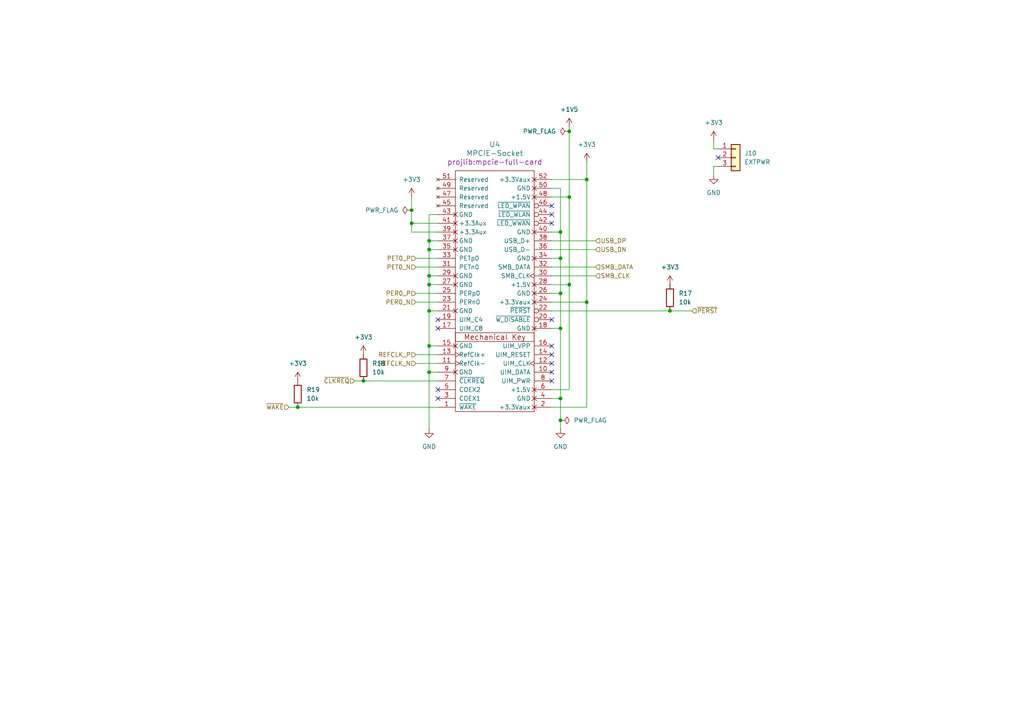
<source format=kicad_sch>
(kicad_sch (version 20250114) (generator "eeschema") (generator_version "9.0")
  (paper "A4")
  (lib_symbols
    (symbol "Connector_Generic:Conn_01x03" (pin_names (offset 1.016) (hide yes))
      (property "Reference" "J" (at 0 5.08 0))
      (property "Value" "Conn_01x03" (at 0 -5.08 0))
      (symbol "Conn_01x03_1_1"
        (rectangle (start -1.27 3.81) (end 1.27 -3.81) (stroke (width 0.254)) (fill (type background)))
        (rectangle (start -1.27 2.667) (end 0 2.413) (stroke (width 0.1524)))
        (rectangle (start -1.27 0.127) (end 0 -0.127) (stroke (width 0.1524)))
        (rectangle (start -1.27 -2.413) (end 0 -2.667) (stroke (width 0.1524)))
        (pin passive line (at -5.08 2.54 0) (length 3.81) (name "Pin_1") (number "1"))
        (pin passive line (at -5.08 0 0) (length 3.81) (name "Pin_2") (number "2"))
        (pin passive line (at -5.08 -2.54 0) (length 3.81) (name "Pin_3") (number "3"))
      )
    )
    (symbol "Device:R" (pin_numbers (hide yes)) (pin_names (offset 0))
      (property "Reference" "R" (at 2.032 0 90))
      (property "Value" "R" (at 0 0 90))
      (symbol "R_0_1"
        (rectangle (start -1.016 -2.54) (end 1.016 2.54) (stroke (width 0.254)))
      )
      (symbol "R_1_1"
        (pin passive line (at 0 3.81 270) (length 1.27) (name "~") (number "1"))
        (pin passive line (at 0 -3.81 90) (length 1.27) (name "~") (number "2"))
      )
    )
    (symbol "power:+1V5" (power) (pin_numbers (hide yes)) (pin_names (offset 0) (hide yes))
      (property "Value" "+1V5" (at 0 3.556 0))
      (symbol "+1V5_0_1"
        (polyline (pts (xy -0.762 1.27) (xy 0 2.54)))
        (polyline (pts (xy 0 2.54) (xy 0.762 1.27)))
        (polyline (pts (xy 0 0) (xy 0 2.54)))
      )
      (symbol "+1V5_1_1"
        (pin power_in line (at 0 0 90) (length 0) (name "~") (number "1"))
      )
    )
    (symbol "power:+3V3" (power) (pin_numbers (hide yes)) (pin_names (offset 0) (hide yes))
      (property "Value" "+3V3" (at 0 3.556 0))
      (symbol "+3V3_0_1"
        (polyline (pts (xy -0.762 1.27) (xy 0 2.54)))
        (polyline (pts (xy 0 2.54) (xy 0.762 1.27)))
        (polyline (pts (xy 0 0) (xy 0 2.54)))
      )
      (symbol "+3V3_1_1"
        (pin power_in line (at 0 0 90) (length 0) (name "~") (number "1"))
      )
    )
    (symbol "power:GND" (power) (pin_numbers (hide yes)) (pin_names (offset 0) (hide yes))
      (property "Value" "GND" (at 0 -3.81 0))
      (symbol "GND_0_1"
        (polyline (pts (xy 0 0) (xy 0 -1.27) (xy 1.27 -1.27) (xy 0 -2.54) (xy -1.27 -1.27) (xy 0 -1.27)))
      )
      (symbol "GND_1_1"
        (pin power_in line (at 0 0 270) (length 0) (name "~") (number "1"))
      )
    )
    (symbol "power:PWR_FLAG" (power) (pin_numbers (hide yes)) (pin_names (offset 0) (hide yes))
      (property "Value" "PWR_FLAG" (at 0 3.81 0))
      (symbol "PWR_FLAG_0_0"
        (pin power_out line (at 0 0 90) (length 0) (name "~") (number "1"))
      )
      (symbol "PWR_FLAG_0_1"
        (polyline (pts (xy 0 0) (xy 0 1.27) (xy -1.016 1.905) (xy 0 2.54) (xy 1.016 1.905) (xy 0 1.27)))
      )
    )
    (symbol "projlib:MPCIE-EdgeConn" (pin_names (offset 1.016))
      (property "Reference" "U" (at -10.16 33.02 0))
      (property "Value" "MPCIE-EdgeConn" (at 2.54 -39.37 0))
      (symbol "MPCIE-EdgeConn_0_0"
        (text "Mechanical Key" (at 0 -16.51 0) (effects (font (size 1.524 1.524))))
      )
      (symbol "MPCIE-EdgeConn_0_1"
        (rectangle (start -11.43 -15.24) (end 11.43 -17.78))
        (rectangle (start -11.43 -38.1) (end 11.43 31.75))
      )
      (symbol "MPCIE-EdgeConn_1_1"
        (pin no_connect line (at -16.51 29.21 0) (length 5.08) (name "Reserved") (number "51"))
        (pin no_connect line (at -16.51 26.67 0) (length 5.08) (name "Reserved") (number "49"))
        (pin no_connect line (at -16.51 24.13 0) (length 5.08) (name "Reserved") (number "47"))
        (pin no_connect line (at -16.51 21.59 0) (length 5.08) (name "Reserved") (number "45"))
        (pin power_in non_logic (at -16.51 19.05 0) (length 5.08) (name "GND") (number "43"))
        (pin power_in non_logic (at -16.51 16.51 0) (length 5.08) (name "+3.3Aux") (number "41"))
        (pin power_in non_logic (at -16.51 13.97 0) (length 5.08) (name "+3.3Aux") (number "39"))
        (pin power_in non_logic (at -16.51 11.43 0) (length 5.08) (name "GND") (number "37"))
        (pin power_in non_logic (at -16.51 8.89 0) (length 5.08) (name "GND") (number "35"))
        (pin bidirectional line (at -16.51 6.35 0) (length 5.08) (name "PETp0") (number "33"))
        (pin bidirectional line (at -16.51 3.81 0) (length 5.08) (name "PETn0") (number "31"))
        (pin power_in non_logic (at -16.51 1.27 0) (length 5.08) (name "GND") (number "29"))
        (pin power_in non_logic (at -16.51 -1.27 0) (length 5.08) (name "GND") (number "27"))
        (pin bidirectional line (at -16.51 -3.81 0) (length 5.08) (name "PERp0") (number "25"))
        (pin bidirectional line (at -16.51 -6.35 0) (length 5.08) (name "PERn0") (number "23"))
        (pin power_in non_logic (at -16.51 -8.89 0) (length 5.08) (name "GND") (number "21"))
        (pin bidirectional line (at -16.51 -11.43 0) (length 5.08) (name "UIM_C4") (number "19"))
        (pin bidirectional line (at -16.51 -13.97 0) (length 5.08) (name "UIM_C8") (number "17"))
        (pin power_in non_logic (at -16.51 -19.05 0) (length 5.08) (name "GND") (number "15"))
        (pin output clock (at -16.51 -21.59 0) (length 5.08) (name "RefClk+") (number "13"))
        (pin output clock (at -16.51 -24.13 0) (length 5.08) (name "RefClk-") (number "11"))
        (pin power_in non_logic (at -16.51 -26.67 0) (length 5.08) (name "GND") (number "9"))
        (pin bidirectional line (at -16.51 -29.21 0) (length 5.08) (name "~{CLKREQ}") (number "7"))
        (pin bidirectional line (at -16.51 -31.75 0) (length 5.08) (name "COEX2") (number "5"))
        (pin bidirectional line (at -16.51 -34.29 0) (length 5.08) (name "COEX1") (number "3"))
        (pin bidirectional line (at -16.51 -36.83 0) (length 5.08) (name "~{WAKE}") (number "1"))
        (pin power_in non_logic (at 16.51 29.21 180) (length 5.08) (name "+3.3Vaux") (number "52"))
        (pin power_in non_logic (at 16.51 26.67 180) (length 5.08) (name "GND") (number "50"))
        (pin power_in non_logic (at 16.51 24.13 180) (length 5.08) (name "+1.5V") (number "48"))
        (pin bidirectional inverted (at 16.51 21.59 180) (length 5.08) (name "~{LED_WPAN}") (number "46"))
        (pin bidirectional inverted (at 16.51 19.05 180) (length 5.08) (name "~{LED_WLAN}") (number "44"))
        (pin bidirectional inverted (at 16.51 16.51 180) (length 5.08) (name "~{LED_WWAN}") (number "42"))
        (pin power_in non_logic (at 16.51 13.97 180) (length 5.08) (name "GND") (number "40"))
        (pin bidirectional line (at 16.51 11.43 180) (length 5.08) (name "USB_D+") (number "38"))
        (pin bidirectional line (at 16.51 8.89 180) (length 5.08) (name "USB_D-") (number "36"))
        (pin power_in non_logic (at 16.51 6.35 180) (length 5.08) (name "GND") (number "34"))
        (pin bidirectional line (at 16.51 3.81 180) (length 5.08) (name "SMB_DATA") (number "32"))
        (pin bidirectional clock (at 16.51 1.27 180) (length 5.08) (name "SMB_CLK") (number "30"))
        (pin power_in non_logic (at 16.51 -1.27 180) (length 5.08) (name "+1.5V") (number "28"))
        (pin power_in non_logic (at 16.51 -3.81 180) (length 5.08) (name "GND") (number "26"))
        (pin power_in non_logic (at 16.51 -6.35 180) (length 5.08) (name "+3.3Vaux") (number "24"))
        (pin bidirectional inverted (at 16.51 -8.89 180) (length 5.08) (name "~{PERST}") (number "22"))
        (pin bidirectional inverted (at 16.51 -11.43 180) (length 5.08) (name "~{W_DISABLE}") (number "20"))
        (pin power_in non_logic (at 16.51 -13.97 180) (length 5.08) (name "GND") (number "18"))
        (pin bidirectional line (at 16.51 -19.05 180) (length 5.08) (name "UIM_VPP") (number "16"))
        (pin bidirectional line (at 16.51 -21.59 180) (length 5.08) (name "UIM_RESET") (number "14"))
        (pin bidirectional clock (at 16.51 -24.13 180) (length 5.08) (name "UIM_CLK") (number "12"))
        (pin bidirectional line (at 16.51 -26.67 180) (length 5.08) (name "UIM_DATA") (number "10"))
        (pin bidirectional line (at 16.51 -29.21 180) (length 5.08) (name "UIM_PWR") (number "8"))
        (pin power_in non_logic (at 16.51 -31.75 180) (length 5.08) (name "+1.5V") (number "6"))
        (pin power_in non_logic (at 16.51 -34.29 180) (length 5.08) (name "GND") (number "4"))
        (pin power_in non_logic (at 16.51 -36.83 180) (length 5.08) (name "+3.3Vaux") (number "2"))
      )
    )
  )
  (junction (at 124.46 90.17))
  (junction (at 119.38 60.96))
  (junction (at 165.1 82.55))
  (junction (at 124.46 100.33))
  (junction (at 162.56 85.09))
  (junction (at 105.41 110.49))
  (junction (at 165.1 57.15))
  (junction (at 124.46 72.39))
  (junction (at 162.56 67.31))
  (junction (at 162.56 74.93))
  (junction (at 194.31 90.17))
  (junction (at 162.56 115.57))
  (junction (at 86.36 118.11))
  (junction (at 162.56 121.92))
  (junction (at 124.46 80.01))
  (junction (at 165.1 38.1))
  (junction (at 124.46 69.85))
  (junction (at 170.18 52.07))
  (junction (at 124.46 107.95))
  (junction (at 170.18 87.63))
  (junction (at 124.46 82.55))
  (junction (at 119.38 64.77))
  (junction (at 162.56 95.25))
  (no_connect (at 127 95.25))
  (no_connect (at 160.02 62.23))
  (no_connect (at 160.02 105.41))
  (no_connect (at 160.02 107.95))
  (no_connect (at 127 113.03))
  (no_connect (at 160.02 110.49))
  (no_connect (at 160.02 64.77))
  (no_connect (at 160.02 92.71))
  (no_connect (at 160.02 100.33))
  (no_connect (at 127 115.57))
  (no_connect (at 127 92.71))
  (no_connect (at 160.02 102.87))
  (no_connect (at 208.28 45.72))
  (no_connect (at 160.02 59.69))
  (wire (pts (xy 124.46 80.01) (xy 124.46 82.55)))
  (wire (pts (xy 124.46 107.95) (xy 124.46 124.46)))
  (wire (pts (xy 105.41 110.49) (xy 127 110.49)))
  (wire (pts (xy 124.46 69.85) (xy 124.46 72.39)))
  (wire (pts (xy 162.56 85.09) (xy 162.56 95.25)))
  (wire (pts (xy 160.02 72.39) (xy 172.72 72.39)))
  (wire (pts (xy 160.02 85.09) (xy 162.56 85.09)))
  (wire (pts (xy 160.02 95.25) (xy 162.56 95.25)))
  (wire (pts (xy 160.02 57.15) (xy 165.1 57.15)))
  (wire (pts (xy 160.02 82.55) (xy 165.1 82.55)))
  (wire (pts (xy 127 62.23) (xy 124.46 62.23)))
  (wire (pts (xy 86.36 118.11) (xy 127 118.11)))
  (wire (pts (xy 124.46 82.55) (xy 127 82.55)))
  (wire (pts (xy 162.56 121.92) (xy 162.56 124.46)))
  (wire (pts (xy 208.28 48.26) (xy 207.01 48.26)))
  (wire (pts (xy 119.38 60.96) (xy 119.38 64.77)))
  (wire (pts (xy 120.65 77.47) (xy 127 77.47)))
  (wire (pts (xy 120.65 87.63) (xy 127 87.63)))
  (wire (pts (xy 162.56 95.25) (xy 162.56 115.57)))
  (wire (pts (xy 160.02 69.85) (xy 172.72 69.85)))
  (wire (pts (xy 170.18 87.63) (xy 170.18 52.07)))
  (wire (pts (xy 165.1 82.55) (xy 165.1 57.15)))
  (wire (pts (xy 83.82 118.11) (xy 86.36 118.11)))
  (wire (pts (xy 160.02 80.01) (xy 172.72 80.01)))
  (wire (pts (xy 120.65 74.93) (xy 127 74.93)))
  (wire (pts (xy 162.56 54.61) (xy 162.56 67.31)))
  (wire (pts (xy 160.02 115.57) (xy 162.56 115.57)))
  (wire (pts (xy 194.31 90.17) (xy 200.66 90.17)))
  (wire (pts (xy 124.46 72.39) (xy 127 72.39)))
  (wire (pts (xy 170.18 52.07) (xy 170.18 46.99)))
  (wire (pts (xy 160.02 113.03) (xy 165.1 113.03)))
  (wire (pts (xy 124.46 80.01) (xy 127 80.01)))
  (wire (pts (xy 124.46 82.55) (xy 124.46 90.17)))
  (wire (pts (xy 120.65 85.09) (xy 127 85.09)))
  (wire (pts (xy 124.46 90.17) (xy 124.46 100.33)))
  (wire (pts (xy 162.56 115.57) (xy 162.56 121.92)))
  (wire (pts (xy 208.28 43.18) (xy 207.01 43.18)))
  (wire (pts (xy 124.46 72.39) (xy 124.46 80.01)))
  (wire (pts (xy 119.38 64.77) (xy 127 64.77)))
  (wire (pts (xy 124.46 107.95) (xy 127 107.95)))
  (wire (pts (xy 165.1 57.15) (xy 165.1 38.1)))
  (wire (pts (xy 207.01 40.64) (xy 207.01 43.18)))
  (wire (pts (xy 160.02 54.61) (xy 162.56 54.61)))
  (wire (pts (xy 124.46 90.17) (xy 127 90.17)))
  (wire (pts (xy 124.46 69.85) (xy 127 69.85)))
  (wire (pts (xy 165.1 113.03) (xy 165.1 82.55)))
  (wire (pts (xy 119.38 67.31) (xy 127 67.31)))
  (wire (pts (xy 165.1 38.1) (xy 165.1 36.83)))
  (wire (pts (xy 162.56 74.93) (xy 162.56 85.09)))
  (wire (pts (xy 119.38 57.15) (xy 119.38 60.96)))
  (wire (pts (xy 124.46 100.33) (xy 124.46 107.95)))
  (wire (pts (xy 170.18 118.11) (xy 170.18 87.63)))
  (wire (pts (xy 124.46 62.23) (xy 124.46 69.85)))
  (wire (pts (xy 120.65 102.87) (xy 127 102.87)))
  (wire (pts (xy 160.02 74.93) (xy 162.56 74.93)))
  (wire (pts (xy 207.01 48.26) (xy 207.01 50.8)))
  (wire (pts (xy 120.65 105.41) (xy 127 105.41)))
  (wire (pts (xy 162.56 67.31) (xy 162.56 74.93)))
  (wire (pts (xy 160.02 118.11) (xy 170.18 118.11)))
  (wire (pts (xy 160.02 52.07) (xy 170.18 52.07)))
  (wire (pts (xy 160.02 87.63) (xy 170.18 87.63)))
  (wire (pts (xy 160.02 90.17) (xy 194.31 90.17)))
  (wire (pts (xy 102.87 110.49) (xy 105.41 110.49)))
  (wire (pts (xy 119.38 64.77) (xy 119.38 67.31)))
  (wire (pts (xy 160.02 77.47) (xy 172.72 77.47)))
  (wire (pts (xy 160.02 67.31) (xy 162.56 67.31)))
  (wire (pts (xy 124.46 100.33) (xy 127 100.33)))
  (hierarchical_label "PER0_P" (shape input) (at 120.65 85.09 180))
  (hierarchical_label "SMB_DATA" (shape input) (at 172.72 77.47 0))
  (hierarchical_label "USB_DN" (shape input) (at 172.72 72.39 0))
  (hierarchical_label "PET0_N" (shape input) (at 120.65 77.47 180))
  (hierarchical_label "USB_DP" (shape input) (at 172.72 69.85 0))
  (hierarchical_label "REFCLK_P" (shape input) (at 120.65 102.87 180))
  (hierarchical_label "PER0_N" (shape input) (at 120.65 87.63 180))
  (hierarchical_label "~{WAKE}" (shape input) (at 83.82 118.11 180))
  (hierarchical_label "PET0_P" (shape input) (at 120.65 74.93 180))
  (hierarchical_label "~{CLKREQ}" (shape input) (at 102.87 110.49 180))
  (hierarchical_label "~{PERST}" (shape input) (at 200.66 90.17 0))
  (hierarchical_label "SMB_CLK" (shape input) (at 172.72 80.01 0))
  (hierarchical_label "REFCLK_N" (shape input) (at 120.65 105.41 180))
  (symbol (lib_id "Device:R") (at 194.31 86.36 0) (unit 1)
    (property "Reference" "R17" (at 196.85 85.0899 0) (effects (justify left)))
    (property "Value" "10k" (at 196.85 87.6299 0) (effects (justify left)))
    (property "Footprint" "Resistor_SMD:R_0402_1005Metric" (effects (hide yes)))
    (property "Description" "Resistor" (effects (hide yes)))
    (property "LCSC" "C25744" (effects (hide yes)))
  )
  (symbol (lib_id "power:GND") (at 162.56 124.46 0) (unit 1)
    (property "Reference" "#PWR039" (effects (hide yes)))
    (property "Value" "GND" (at 162.56 129.54 0))
    (property "Description" "Power symbol creates a global label with name \"GND\" , ground" (effects (hide yes)))
  )
  (symbol (lib_id "power:+3V3") (at 86.36 110.49 0) (unit 1)
    (property "Reference" "#PWR053" (effects (hide yes)))
    (property "Value" "+3V3" (at 86.36 105.41 0))
    (property "Description" "Power symbol creates a global label with name \"+3V3\"" (effects (hide yes)))
  )
  (symbol (lib_id "power:+3V3") (at 207.01 40.64 0) (unit 1)
    (property "Reference" "#PWR055" (effects (hide yes)))
    (property "Value" "+3V3" (at 207.01 35.56 0))
    (property "Description" "Power symbol creates a global label with name \"+3V3\"" (effects (hide yes)))
  )
  (symbol (lib_id "power:+3V3") (at 119.38 57.15 0) (unit 1)
    (property "Reference" "#PWR037" (effects (hide yes)))
    (property "Value" "+3V3" (at 119.38 52.07 0))
    (property "Description" "Power symbol creates a global label with name \"+3V3\"" (effects (hide yes)))
  )
  (symbol (lib_id "power:GND") (at 207.01 50.8 0) (unit 1)
    (property "Reference" "#PWR057" (effects (hide yes)))
    (property "Value" "GND" (at 207.01 55.88 0))
    (property "Description" "Power symbol creates a global label with name \"GND\" , ground" (effects (hide yes)))
  )
  (symbol (lib_id "power:PWR_FLAG") (at 165.1 38.1 90) (unit 1)
    (property "Reference" "#FLG03" (effects (hide yes)))
    (property "Value" "PWR_FLAG" (at 161.29 38.0999 90) (effects (justify left)))
    (property "Description" "Special symbol for telling ERC where power comes from" (effects (hide yes)))
  )
  (symbol (lib_id "power:+3V3") (at 105.41 102.87 0) (unit 1)
    (property "Reference" "#PWR052" (effects (hide yes)))
    (property "Value" "+3V3" (at 105.41 97.79 0))
    (property "Description" "Power symbol creates a global label with name \"+3V3\"" (effects (hide yes)))
  )
  (symbol (lib_id "Device:R") (at 105.41 106.68 0) (unit 1)
    (property "Reference" "R18" (at 107.95 105.4099 0) (effects (justify left)))
    (property "Value" "10k" (at 107.95 107.9499 0) (effects (justify left)))
    (property "Footprint" "Resistor_SMD:R_0402_1005Metric" (effects (hide yes)))
    (property "Description" "Resistor" (effects (hide yes)))
    (property "LCSC" "C25744" (effects (hide yes)))
  )
  (symbol (lib_id "Device:R") (at 86.36 114.3 0) (unit 1)
    (property "Reference" "R19" (at 88.9 113.0299 0) (effects (justify left)))
    (property "Value" "10k" (at 88.9 115.5699 0) (effects (justify left)))
    (property "Footprint" "Resistor_SMD:R_0402_1005Metric" (effects (hide yes)))
    (property "Description" "Resistor" (effects (hide yes)))
    (property "LCSC" "C25744" (effects (hide yes)))
  )
  (symbol (lib_id "power:GND") (at 124.46 124.46 0) (unit 1)
    (property "Reference" "#PWR038" (effects (hide yes)))
    (property "Value" "GND" (at 124.46 129.54 0))
    (property "Description" "Power symbol creates a global label with name \"GND\" , ground" (effects (hide yes)))
  )
  (symbol (lib_id "power:+1V5") (at 165.1 36.83 0) (unit 1)
    (property "Reference" "#PWR040" (effects (hide yes)))
    (property "Value" "+1V5" (at 165.1 31.75 0))
    (property "Description" "Power symbol creates a global label with name \"+1V5\"" (effects (hide yes)))
  )
  (symbol (lib_id "power:+3V3") (at 194.31 82.55 0) (unit 1)
    (property "Reference" "#PWR051" (effects (hide yes)))
    (property "Value" "+3V3" (at 194.31 77.47 0))
    (property "Description" "Power symbol creates a global label with name \"+3V3\"" (effects (hide yes)))
  )
  (symbol (lib_id "power:+3V3") (at 170.18 46.99 0) (unit 1)
    (property "Reference" "#PWR041" (effects (hide yes)))
    (property "Value" "+3V3" (at 170.18 41.91 0))
    (property "Description" "Power symbol creates a global label with name \"+3V3\"" (effects (hide yes)))
  )
  (symbol (lib_id "power:PWR_FLAG") (at 119.38 60.96 90) (unit 1)
    (property "Reference" "#FLG02" (effects (hide yes)))
    (property "Value" "PWR_FLAG" (at 115.57 60.9599 90) (effects (justify left)))
    (property "Description" "Special symbol for telling ERC where power comes from" (effects (hide yes)))
  )
  (symbol (lib_id "Connector_Generic:Conn_01x03") (at 213.36 45.72 0) (unit 1)
    (property "Reference" "J10" (at 215.9 44.4499 0) (effects (justify left)))
    (property "Value" "EXTPWR" (at 215.9 46.9899 0) (effects (justify left)))
    (property "Footprint" "Connector_PinHeader_1.27mm:PinHeader_1x03_P1.27mm_Vertical" (effects (hide yes)))
    (property "Description" "Generic connector, single row, 01x03, script generated (kicad-library-utils/schlib/autogen/connector/)" (effects (hide yes)))
  )
  (symbol (lib_id "power:PWR_FLAG") (at 162.56 121.92 270) (unit 1)
    (property "Reference" "#FLG04" (effects (hide yes)))
    (property "Value" "PWR_FLAG" (at 166.37 121.9199 90) (effects (justify left)))
    (property "Description" "Special symbol for telling ERC where power comes from" (effects (hide yes)))
  )
  (symbol (lib_id "projlib:MPCIE-EdgeConn") (at 143.51 81.28 0) (unit 1) (in_bom no)
    (property "Reference" "U4" (at 143.51 41.91 0) (effects (font (size 1.524 1.524))))
    (property "Value" "MPCIE-Socket" (at 143.51 44.45 0) (effects (font (size 1.524 1.524))))
    (property "Footprint" "projlib:mpcie-full-card" (at 143.51 46.99 0) (effects (font (size 1.524 1.524))))
  )
)
</source>
